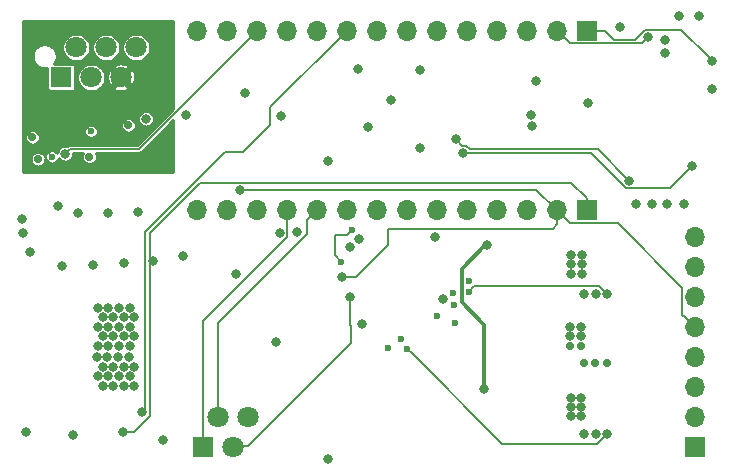
<source format=gbr>
G04 #@! TF.GenerationSoftware,KiCad,Pcbnew,5.0.2-bee76a0~70~ubuntu18.04.1*
G04 #@! TF.CreationDate,2019-11-21T20:22:08+01:00*
G04 #@! TF.ProjectId,board,626f6172-642e-46b6-9963-61645f706362,rev?*
G04 #@! TF.SameCoordinates,Original*
G04 #@! TF.FileFunction,Copper,L3,Inr*
G04 #@! TF.FilePolarity,Positive*
%FSLAX46Y46*%
G04 Gerber Fmt 4.6, Leading zero omitted, Abs format (unit mm)*
G04 Created by KiCad (PCBNEW 5.0.2-bee76a0~70~ubuntu18.04.1) date Thu 21 Nov 2019 08:22:08 PM CET*
%MOMM*%
%LPD*%
G01*
G04 APERTURE LIST*
G04 #@! TA.AperFunction,ViaPad*
%ADD10O,1.700000X1.700000*%
G04 #@! TD*
G04 #@! TA.AperFunction,ViaPad*
%ADD11R,1.700000X1.700000*%
G04 #@! TD*
G04 #@! TA.AperFunction,ViaPad*
%ADD12C,1.800000*%
G04 #@! TD*
G04 #@! TA.AperFunction,ViaPad*
%ADD13R,1.800000X1.800000*%
G04 #@! TD*
G04 #@! TA.AperFunction,ViaPad*
%ADD14C,0.800000*%
G04 #@! TD*
G04 #@! TA.AperFunction,ViaPad*
%ADD15C,0.600000*%
G04 #@! TD*
G04 #@! TA.AperFunction,ViaPad*
%ADD16C,0.700000*%
G04 #@! TD*
G04 #@! TA.AperFunction,Conductor*
%ADD17C,0.152400*%
G04 #@! TD*
G04 #@! TA.AperFunction,Conductor*
%ADD18C,0.300000*%
G04 #@! TD*
G04 #@! TA.AperFunction,Conductor*
%ADD19C,0.254000*%
G04 #@! TD*
G04 APERTURE END LIST*
D10*
G04 #@! TO.N,RX*
G04 #@! TO.C,J6*
X108798000Y-101836000D03*
G04 #@! TO.N,TX*
X111338000Y-101836000D03*
G04 #@! TO.N,/DE*
X113878000Y-101836000D03*
G04 #@! TO.N,/Encoder1_A*
X116418000Y-101836000D03*
G04 #@! TO.N,/Encoder1_B*
X118958000Y-101836000D03*
G04 #@! TO.N,/NEOPXL*
X121498000Y-101836000D03*
G04 #@! TO.N,/Encoder1_I*
X124038000Y-101836000D03*
G04 #@! TO.N,/Encoder0_I*
X126578000Y-101836000D03*
G04 #@! TO.N,/HALL1*
X129118000Y-101836000D03*
G04 #@! TO.N,/HALL2*
X131658000Y-101836000D03*
G04 #@! TO.N,/HALL3*
X134198000Y-101836000D03*
G04 #@! TO.N,/Encoder0_A*
X136738000Y-101836000D03*
G04 #@! TO.N,/Encoder0_B*
X139278000Y-101836000D03*
D11*
G04 #@! TO.N,GND*
X141818000Y-101836000D03*
G04 #@! TD*
G04 #@! TO.N,+5V*
G04 #@! TO.C,J7*
X141818000Y-117036000D03*
D10*
G04 #@! TO.N,GND*
X139278000Y-117036000D03*
G04 #@! TO.N,+3V3*
X136738000Y-117036000D03*
G04 #@! TO.N,INLC*
X134198000Y-117036000D03*
G04 #@! TO.N,INHC*
X131658000Y-117036000D03*
G04 #@! TO.N,INLB*
X129118000Y-117036000D03*
G04 #@! TO.N,INHB*
X126578000Y-117036000D03*
G04 #@! TO.N,INLA*
X124038000Y-117036000D03*
G04 #@! TO.N,INHA*
X121498000Y-117036000D03*
G04 #@! TO.N,/SDA*
X118958000Y-117036000D03*
G04 #@! TO.N,/SCL*
X116418000Y-117036000D03*
G04 #@! TO.N,CS_MISO*
X113878000Y-117036000D03*
G04 #@! TO.N,CS_CLK*
X111338000Y-117036000D03*
G04 #@! TO.N,CS*
X108798000Y-117036000D03*
G04 #@! TD*
G04 #@! TO.N,/HALL3*
G04 #@! TO.C,J2*
X150977600Y-119329200D03*
G04 #@! TO.N,/HALL2*
X150977600Y-121869200D03*
G04 #@! TO.N,/HALL1*
X150977600Y-124409200D03*
G04 #@! TO.N,GND*
X150977600Y-126949200D03*
G04 #@! TO.N,+3V3*
X150977600Y-129489200D03*
G04 #@! TO.N,/PH1*
X150977600Y-132029200D03*
G04 #@! TO.N,/PH2*
X150977600Y-134569200D03*
D11*
G04 #@! TO.N,/PH3*
X150977600Y-137109200D03*
G04 #@! TD*
D12*
G04 #@! TO.N,N/C*
G04 #@! TO.C,J5*
X103650000Y-103260000D03*
G04 #@! TO.N,SHIELD*
X102380000Y-105800000D03*
D13*
G04 #@! TO.N,/l_TX*
X97300000Y-105800000D03*
D12*
G04 #@! TO.N,/h_TX*
X98570000Y-103260000D03*
G04 #@! TO.N,/l_RX*
X99840000Y-105800000D03*
G04 #@! TO.N,/h_RX*
X101110000Y-103260000D03*
G04 #@! TD*
D13*
G04 #@! TO.N,/SCL*
G04 #@! TO.C,J9*
X109295000Y-137120000D03*
D12*
G04 #@! TO.N,/SDA*
X110565000Y-134580000D03*
G04 #@! TO.N,+3V3*
X111835000Y-137120000D03*
G04 #@! TO.N,GND*
X113105000Y-134580000D03*
G04 #@! TD*
D14*
G04 #@! TO.N,+36V*
X115500000Y-128200000D03*
D15*
G04 #@! TO.N,Net-(C5-Pad2)*
X121031000Y-121412000D03*
X121920000Y-118745000D03*
D14*
X117300000Y-118900000D03*
G04 #@! TO.N,+3V3*
X121793000Y-120142000D03*
X115800000Y-119000000D03*
X121793000Y-124396500D03*
X144600000Y-101500000D03*
X148444798Y-102600000D03*
X151300000Y-100577400D03*
X112100000Y-122400000D03*
X107600000Y-120900000D03*
X119900000Y-112900000D03*
X127700000Y-105200000D03*
X122400000Y-105100000D03*
X94071400Y-119000000D03*
G04 #@! TO.N,/mosfet_bridges/GHA*
X141595194Y-124100000D03*
D15*
X131800000Y-123000000D03*
D14*
G04 #@! TO.N,/mosfet_bridges/GLA*
X142547597Y-124100000D03*
D15*
X130492500Y-124079000D03*
D16*
G04 #@! TO.N,/mosfet_bridges/GLB*
X142500000Y-130000000D03*
D15*
X129159000Y-125984000D03*
D16*
G04 #@! TO.N,/mosfet_bridges/GHB*
X141547597Y-130000000D03*
D15*
X130683000Y-126619000D03*
D14*
G04 #@! TO.N,/mosfet_bridges/GHC*
X141595194Y-136000000D03*
D15*
X126052638Y-127947362D03*
D14*
G04 #@! TO.N,/mosfet_bridges/GLC*
X142547597Y-136000000D03*
D15*
X124992985Y-128707015D03*
D16*
G04 #@! TO.N,GND*
X94869000Y-110871000D03*
X102997000Y-109855000D03*
X99695000Y-112522000D03*
D14*
X133333500Y-119961500D03*
X133079500Y-132153500D03*
X128912000Y-119311000D03*
X141400000Y-121600000D03*
X140500000Y-121600000D03*
X140500000Y-122400000D03*
X141400000Y-120800000D03*
X141400000Y-122400000D03*
X141300000Y-127700000D03*
X140400000Y-127700000D03*
D16*
X140400000Y-128500000D03*
D14*
X140400000Y-126900000D03*
X141300000Y-126900000D03*
D16*
X141300000Y-128500000D03*
D14*
X141300000Y-133700000D03*
X140450000Y-133700000D03*
X140450000Y-134500000D03*
X140450000Y-132900000D03*
X100300000Y-129500000D03*
X101200000Y-129500000D03*
X102100000Y-129500000D03*
X103000000Y-129500000D03*
X100800000Y-130300000D03*
X101700000Y-130300000D03*
X102600000Y-130300000D03*
X103500000Y-130300000D03*
X100400000Y-131100000D03*
X101300000Y-131100000D03*
X102200000Y-131100000D03*
X103100000Y-131100000D03*
X100800000Y-131900000D03*
X101700000Y-131900000D03*
X102600000Y-131900000D03*
X103500000Y-131900000D03*
X141300000Y-132900000D03*
X141300000Y-134500000D03*
X121100000Y-122700000D03*
X122555000Y-119507000D03*
X122792500Y-126692500D03*
X152422600Y-104400000D03*
X105900000Y-136502400D03*
X140500000Y-120800000D03*
X129667000Y-124587000D03*
X97000000Y-116700000D03*
X107900000Y-109000000D03*
X125200000Y-107700000D03*
X123300000Y-110000000D03*
X112400000Y-115328600D03*
D15*
G04 #@! TO.N,RX*
X99822000Y-110363000D03*
G04 #@! TO.N,TX*
X96520000Y-112522000D03*
D14*
G04 #@! TO.N,/Encoder0_B*
X147000000Y-102400000D03*
G04 #@! TO.N,/Encoder0_A*
X149600000Y-100577400D03*
X148444798Y-103700000D03*
X152422600Y-106800000D03*
G04 #@! TO.N,+5V*
X102500000Y-135800000D03*
X94300000Y-135800000D03*
X98300000Y-136100000D03*
X141900000Y-107950000D03*
X105057201Y-121300000D03*
G04 #@! TO.N,/PH1*
X143500000Y-124100000D03*
D15*
X131800000Y-123952403D03*
D16*
G04 #@! TO.N,/PH2*
X143500000Y-130000000D03*
D15*
X130556000Y-125095000D03*
D14*
G04 #@! TO.N,/PH3*
X143500000Y-136000000D03*
D15*
X126559468Y-128753707D03*
G04 #@! TO.N,SHIELD*
X102171500Y-107315000D03*
X101409500Y-107315000D03*
X101876000Y-108760000D03*
X102511000Y-108760000D03*
X102933500Y-107315000D03*
X103695500Y-107124500D03*
X104267000Y-106680000D03*
X104838500Y-106108500D03*
X105283000Y-105473500D03*
D14*
G04 #@! TO.N,/NEOPXL*
X104175000Y-134150000D03*
G04 #@! TO.N,/Encoder1_A*
X94000000Y-117800000D03*
G04 #@! TO.N,/Encoder1_B*
X94700000Y-120600000D03*
G04 #@! TO.N,Net-(C11-Pad1)*
X137166671Y-109950066D03*
G04 #@! TO.N,Net-(C11-Pad2)*
X137100000Y-109000000D03*
X137500000Y-106100000D03*
D16*
G04 #@! TO.N,/term_te*
X95331000Y-112724000D03*
D14*
X104475000Y-109295000D03*
G04 #@! TO.N,Net-(D1-Pad2)*
X100800000Y-127700000D03*
X101700000Y-127700000D03*
X102600000Y-127700000D03*
X103500000Y-127700000D03*
X100400000Y-125300000D03*
X101300000Y-125300000D03*
X102200000Y-125300000D03*
X103100000Y-125300000D03*
X100800000Y-126100000D03*
X101700000Y-126100000D03*
X102600000Y-126100000D03*
X103500000Y-126100000D03*
X100400000Y-126900000D03*
X101300000Y-126900000D03*
X102200000Y-126900000D03*
X103100000Y-126900000D03*
X100400000Y-128500000D03*
X101300000Y-128500000D03*
X102200000Y-128500000D03*
X103100000Y-128500000D03*
X119900000Y-138100000D03*
G04 #@! TO.N,/-ENCODER0_A*
X148600000Y-116500000D03*
G04 #@! TO.N,/-ENCODER0_B*
X146000000Y-116500000D03*
G04 #@! TO.N,/-ENCODER0_I*
X127700000Y-111800000D03*
X131300000Y-112200000D03*
X150726800Y-113258600D03*
G04 #@! TO.N,/+ENCODER0_A*
X150000000Y-116500000D03*
G04 #@! TO.N,/+ENCODER0_B*
X147300000Y-116500000D03*
G04 #@! TO.N,/+ENCODER0_I*
X130700000Y-111000000D03*
X145405600Y-114528600D03*
G04 #@! TO.N,/+ENCODER1_A*
X98700000Y-117300000D03*
G04 #@! TO.N,/+ENCODER1_B*
X101265000Y-117250000D03*
G04 #@! TO.N,/+ENCODER1_I*
X103800000Y-117200000D03*
X112900000Y-107100000D03*
G04 #@! TO.N,/-ENCODER1_A*
X97400000Y-121800000D03*
G04 #@! TO.N,/-ENCODER1_B*
X100000000Y-121700000D03*
G04 #@! TO.N,/-ENCODER1_I*
X102600000Y-121500000D03*
X115900000Y-109100000D03*
G04 #@! TO.N,/DE*
X97652412Y-112243988D03*
G04 #@! TD*
D17*
G04 #@! TO.N,Net-(C5-Pad2)*
X121487399Y-119177601D02*
X121920000Y-118745000D01*
X120471399Y-119177601D02*
X121487399Y-119177601D01*
X121031000Y-121412000D02*
X120471399Y-120852399D01*
X120471399Y-120852399D02*
X120471399Y-119177601D01*
G04 #@! TO.N,+3V3*
X113107792Y-136970000D02*
X111835000Y-136970000D01*
X121833410Y-128244382D02*
X113107792Y-136970000D01*
X121833410Y-126786410D02*
X121833410Y-128244382D01*
X121793000Y-126746000D02*
X121793000Y-124333000D01*
X121833410Y-126786410D02*
X121793000Y-126746000D01*
G04 #@! TO.N,GND*
X149898999Y-125870599D02*
X150127601Y-126099201D01*
X149898999Y-123598999D02*
X149898999Y-125870599D01*
X150127601Y-126099201D02*
X150977600Y-126949200D01*
X144414601Y-118114601D02*
X149898999Y-123598999D01*
X140356601Y-118114601D02*
X144414601Y-118114601D01*
X139278000Y-117036000D02*
X140356601Y-118114601D01*
X152022601Y-104000001D02*
X152422600Y-104400000D01*
X149793999Y-101771399D02*
X152022601Y-104000001D01*
X146698271Y-101771399D02*
X149793999Y-101771399D01*
X145859879Y-102609791D02*
X146698271Y-101771399D01*
X144107461Y-102609791D02*
X145859879Y-102609791D01*
X143333670Y-101836000D02*
X144107461Y-102609791D01*
X141818000Y-101836000D02*
X143333670Y-101836000D01*
X139278000Y-118238081D02*
X138898081Y-118618000D01*
X139278000Y-117036000D02*
X139278000Y-118238081D01*
X124968000Y-118618000D02*
X124968000Y-120015000D01*
X138898081Y-118618000D02*
X124968000Y-118618000D01*
X122283000Y-122700000D02*
X121100000Y-122700000D01*
X124968000Y-120015000D02*
X122283000Y-122700000D01*
D18*
X131197599Y-124845045D02*
X131197599Y-122040401D01*
X133079500Y-132153500D02*
X133079500Y-126726946D01*
X133079500Y-126726946D02*
X131197599Y-124845045D01*
X131197599Y-122040401D02*
X133223000Y-120015000D01*
D17*
X139278000Y-117036000D02*
X137542000Y-115300000D01*
X137542000Y-115300000D02*
X112428600Y-115300000D01*
X112428600Y-115300000D02*
X112400000Y-115328600D01*
G04 #@! TO.N,/Encoder0_B*
X139278000Y-101836000D02*
X140356601Y-102914601D01*
X146485399Y-102914601D02*
X147000000Y-102400000D01*
X140356601Y-102914601D02*
X146485399Y-102914601D01*
G04 #@! TO.N,+5V*
X141818000Y-116033600D02*
X141818000Y-117036000D01*
X140484400Y-114700000D02*
X141818000Y-116033600D01*
X103455330Y-135800000D02*
X104803601Y-134451729D01*
X104803601Y-118961465D02*
X109065066Y-114700000D01*
X102500000Y-135800000D02*
X103455330Y-135800000D01*
X109065066Y-114700000D02*
X140484400Y-114700000D01*
X104803601Y-121553600D02*
X105057201Y-121300000D01*
X104803601Y-121696399D02*
X104803601Y-121553600D01*
X104803601Y-121696399D02*
X104803601Y-118961465D01*
X104803601Y-134451729D02*
X104803601Y-121696399D01*
G04 #@! TO.N,/PH1*
X132199999Y-123552404D02*
X131800000Y-123952403D01*
X132281004Y-123471399D02*
X132199999Y-123552404D01*
X142871399Y-123471399D02*
X132281004Y-123471399D01*
X143500000Y-124100000D02*
X142871399Y-123471399D01*
G04 #@! TO.N,/PH3*
X126959467Y-129153706D02*
X126559468Y-128753707D01*
X134605761Y-136800000D02*
X126959467Y-129153706D01*
X142700000Y-136800000D02*
X134605761Y-136800000D01*
X143500000Y-136000000D02*
X142700000Y-136800000D01*
G04 #@! TO.N,/NEOPXL*
X104428601Y-133896399D02*
X104175000Y-134150000D01*
X104428601Y-118905399D02*
X104428601Y-133896399D01*
X111200000Y-112134000D02*
X112666000Y-112134000D01*
X111200000Y-112134000D02*
X104428601Y-118905399D01*
X112666000Y-112134000D02*
X115000000Y-109800000D01*
X115000000Y-109800000D02*
X115000000Y-108334000D01*
X121498000Y-101836000D02*
X115000000Y-108334000D01*
G04 #@! TO.N,/SDA*
X118108001Y-117885999D02*
X118958000Y-117036000D01*
X118108001Y-119022329D02*
X118108001Y-117885999D01*
X110565000Y-126565330D02*
X118108001Y-119022329D01*
X110565000Y-134430000D02*
X110565000Y-126565330D01*
G04 #@! TO.N,/SCL*
X116428601Y-118248682D02*
X116428601Y-119271399D01*
X116418000Y-117036000D02*
X116418000Y-118238081D01*
X116418000Y-118238081D02*
X116428601Y-118248682D01*
X109295000Y-126405000D02*
X109295000Y-136970000D01*
X116428601Y-119271399D02*
X109295000Y-126405000D01*
G04 #@! TO.N,/-ENCODER0_I*
X148828199Y-115157201D02*
X150726800Y-113258600D01*
X145103871Y-115157201D02*
X148828199Y-115157201D01*
X131300000Y-112200000D02*
X142146670Y-112200000D01*
X142146670Y-112200000D02*
X145103871Y-115157201D01*
G04 #@! TO.N,/+ENCODER0_I*
X142772190Y-111895190D02*
X145405600Y-114528600D01*
X131895190Y-111895190D02*
X142772190Y-111895190D01*
X131571399Y-111571399D02*
X131895190Y-111895190D01*
X130700000Y-111000000D02*
X131271399Y-111571399D01*
X131271399Y-111571399D02*
X131571399Y-111571399D01*
G04 #@! TO.N,/DE*
X113028001Y-102685999D02*
X113878000Y-101836000D01*
X103870011Y-111843989D02*
X113028001Y-102685999D01*
X98052411Y-111843989D02*
X103870011Y-111843989D01*
X97652412Y-112243988D02*
X98052411Y-111843989D01*
G04 #@! TD*
D19*
G04 #@! TO.N,SHIELD*
G36*
X106773000Y-101026828D02*
X106773000Y-108438107D01*
X103722718Y-111488389D01*
X98069866Y-111488389D01*
X98052410Y-111486670D01*
X98034955Y-111488389D01*
X98034948Y-111488389D01*
X97989598Y-111492856D01*
X97982700Y-111493535D01*
X97960070Y-111500400D01*
X97915671Y-111513868D01*
X97853895Y-111546888D01*
X97810283Y-111582680D01*
X97719327Y-111564588D01*
X97585497Y-111564588D01*
X97454238Y-111590697D01*
X97330596Y-111641912D01*
X97219320Y-111716264D01*
X97124688Y-111810896D01*
X97050336Y-111922172D01*
X96999121Y-112045814D01*
X96976075Y-112161673D01*
X96970049Y-112152654D01*
X96889346Y-112071951D01*
X96794449Y-112008543D01*
X96689005Y-111964866D01*
X96577066Y-111942600D01*
X96462934Y-111942600D01*
X96350995Y-111964866D01*
X96245551Y-112008543D01*
X96150654Y-112071951D01*
X96069951Y-112152654D01*
X96006543Y-112247551D01*
X95962866Y-112352995D01*
X95940600Y-112464934D01*
X95940600Y-112562471D01*
X95936212Y-112540411D01*
X95888767Y-112425867D01*
X95819887Y-112322781D01*
X95732219Y-112235113D01*
X95629133Y-112166233D01*
X95514589Y-112118788D01*
X95392990Y-112094600D01*
X95269010Y-112094600D01*
X95147411Y-112118788D01*
X95032867Y-112166233D01*
X94929781Y-112235113D01*
X94842113Y-112322781D01*
X94773233Y-112425867D01*
X94725788Y-112540411D01*
X94701600Y-112662010D01*
X94701600Y-112785990D01*
X94725788Y-112907589D01*
X94773233Y-113022133D01*
X94842113Y-113125219D01*
X94929781Y-113212887D01*
X95032867Y-113281767D01*
X95147411Y-113329212D01*
X95269010Y-113353400D01*
X95392990Y-113353400D01*
X95514589Y-113329212D01*
X95629133Y-113281767D01*
X95732219Y-113212887D01*
X95819887Y-113125219D01*
X95888767Y-113022133D01*
X95936212Y-112907589D01*
X95960400Y-112785990D01*
X95960400Y-112678608D01*
X95962866Y-112691005D01*
X96006543Y-112796449D01*
X96069951Y-112891346D01*
X96150654Y-112972049D01*
X96245551Y-113035457D01*
X96350995Y-113079134D01*
X96462934Y-113101400D01*
X96577066Y-113101400D01*
X96689005Y-113079134D01*
X96794449Y-113035457D01*
X96889346Y-112972049D01*
X96970049Y-112891346D01*
X97033457Y-112796449D01*
X97077134Y-112691005D01*
X97090177Y-112625431D01*
X97124688Y-112677080D01*
X97219320Y-112771712D01*
X97330596Y-112846064D01*
X97454238Y-112897279D01*
X97585497Y-112923388D01*
X97719327Y-112923388D01*
X97850586Y-112897279D01*
X97974228Y-112846064D01*
X98085504Y-112771712D01*
X98180136Y-112677080D01*
X98254488Y-112565804D01*
X98305703Y-112442162D01*
X98331812Y-112310903D01*
X98331812Y-112199589D01*
X99153455Y-112199589D01*
X99137233Y-112223867D01*
X99089788Y-112338411D01*
X99065600Y-112460010D01*
X99065600Y-112583990D01*
X99089788Y-112705589D01*
X99137233Y-112820133D01*
X99206113Y-112923219D01*
X99293781Y-113010887D01*
X99396867Y-113079767D01*
X99511411Y-113127212D01*
X99633010Y-113151400D01*
X99756990Y-113151400D01*
X99878589Y-113127212D01*
X99993133Y-113079767D01*
X100096219Y-113010887D01*
X100183887Y-112923219D01*
X100252767Y-112820133D01*
X100300212Y-112705589D01*
X100324400Y-112583990D01*
X100324400Y-112460010D01*
X100300212Y-112338411D01*
X100252767Y-112223867D01*
X100236545Y-112199589D01*
X103852556Y-112199589D01*
X103870011Y-112201308D01*
X103887466Y-112199589D01*
X103887474Y-112199589D01*
X103939721Y-112194443D01*
X104006751Y-112174110D01*
X104068527Y-112141090D01*
X104122674Y-112096652D01*
X104133810Y-112083083D01*
X106773000Y-109443893D01*
X106773000Y-113773000D01*
X94027334Y-113773000D01*
X94035103Y-110809010D01*
X94239600Y-110809010D01*
X94239600Y-110932990D01*
X94263788Y-111054589D01*
X94311233Y-111169133D01*
X94380113Y-111272219D01*
X94467781Y-111359887D01*
X94570867Y-111428767D01*
X94685411Y-111476212D01*
X94807010Y-111500400D01*
X94930990Y-111500400D01*
X95052589Y-111476212D01*
X95167133Y-111428767D01*
X95270219Y-111359887D01*
X95357887Y-111272219D01*
X95426767Y-111169133D01*
X95474212Y-111054589D01*
X95498400Y-110932990D01*
X95498400Y-110809010D01*
X95474212Y-110687411D01*
X95426767Y-110572867D01*
X95357887Y-110469781D01*
X95270219Y-110382113D01*
X95167133Y-110313233D01*
X95149512Y-110305934D01*
X99242600Y-110305934D01*
X99242600Y-110420066D01*
X99264866Y-110532005D01*
X99308543Y-110637449D01*
X99371951Y-110732346D01*
X99452654Y-110813049D01*
X99547551Y-110876457D01*
X99652995Y-110920134D01*
X99764934Y-110942400D01*
X99879066Y-110942400D01*
X99991005Y-110920134D01*
X100096449Y-110876457D01*
X100191346Y-110813049D01*
X100272049Y-110732346D01*
X100335457Y-110637449D01*
X100379134Y-110532005D01*
X100401400Y-110420066D01*
X100401400Y-110305934D01*
X100379134Y-110193995D01*
X100335457Y-110088551D01*
X100272049Y-109993654D01*
X100191346Y-109912951D01*
X100096449Y-109849543D01*
X99991005Y-109805866D01*
X99926374Y-109793010D01*
X102367600Y-109793010D01*
X102367600Y-109916990D01*
X102391788Y-110038589D01*
X102439233Y-110153133D01*
X102508113Y-110256219D01*
X102595781Y-110343887D01*
X102698867Y-110412767D01*
X102813411Y-110460212D01*
X102935010Y-110484400D01*
X103058990Y-110484400D01*
X103180589Y-110460212D01*
X103295133Y-110412767D01*
X103398219Y-110343887D01*
X103485887Y-110256219D01*
X103554767Y-110153133D01*
X103602212Y-110038589D01*
X103626400Y-109916990D01*
X103626400Y-109793010D01*
X103602212Y-109671411D01*
X103554767Y-109556867D01*
X103485887Y-109453781D01*
X103398219Y-109366113D01*
X103295133Y-109297233D01*
X103180589Y-109249788D01*
X103071483Y-109228085D01*
X103795600Y-109228085D01*
X103795600Y-109361915D01*
X103821709Y-109493174D01*
X103872924Y-109616816D01*
X103947276Y-109728092D01*
X104041908Y-109822724D01*
X104153184Y-109897076D01*
X104276826Y-109948291D01*
X104408085Y-109974400D01*
X104541915Y-109974400D01*
X104673174Y-109948291D01*
X104796816Y-109897076D01*
X104908092Y-109822724D01*
X105002724Y-109728092D01*
X105077076Y-109616816D01*
X105128291Y-109493174D01*
X105154400Y-109361915D01*
X105154400Y-109228085D01*
X105128291Y-109096826D01*
X105077076Y-108973184D01*
X105002724Y-108861908D01*
X104908092Y-108767276D01*
X104796816Y-108692924D01*
X104673174Y-108641709D01*
X104541915Y-108615600D01*
X104408085Y-108615600D01*
X104276826Y-108641709D01*
X104153184Y-108692924D01*
X104041908Y-108767276D01*
X103947276Y-108861908D01*
X103872924Y-108973184D01*
X103821709Y-109096826D01*
X103795600Y-109228085D01*
X103071483Y-109228085D01*
X103058990Y-109225600D01*
X102935010Y-109225600D01*
X102813411Y-109249788D01*
X102698867Y-109297233D01*
X102595781Y-109366113D01*
X102508113Y-109453781D01*
X102439233Y-109556867D01*
X102391788Y-109671411D01*
X102367600Y-109793010D01*
X99926374Y-109793010D01*
X99879066Y-109783600D01*
X99764934Y-109783600D01*
X99652995Y-109805866D01*
X99547551Y-109849543D01*
X99452654Y-109912951D01*
X99371951Y-109993654D01*
X99308543Y-110088551D01*
X99264866Y-110193995D01*
X99242600Y-110305934D01*
X95149512Y-110305934D01*
X95052589Y-110265788D01*
X94930990Y-110241600D01*
X94807010Y-110241600D01*
X94685411Y-110265788D01*
X94570867Y-110313233D01*
X94467781Y-110382113D01*
X94380113Y-110469781D01*
X94311233Y-110572867D01*
X94263788Y-110687411D01*
X94239600Y-110809010D01*
X94035103Y-110809010D01*
X94053218Y-103898608D01*
X94870550Y-103898608D01*
X94870550Y-104101392D01*
X94910111Y-104300279D01*
X94987713Y-104487627D01*
X95100374Y-104656236D01*
X95243764Y-104799626D01*
X95412373Y-104912287D01*
X95599721Y-104989889D01*
X95798608Y-105029450D01*
X96001392Y-105029450D01*
X96119249Y-105006007D01*
X96119249Y-106700000D01*
X96124644Y-106754772D01*
X96140620Y-106807439D01*
X96166564Y-106855977D01*
X96201479Y-106898521D01*
X96244023Y-106933436D01*
X96292561Y-106959380D01*
X96345228Y-106975356D01*
X96400000Y-106980751D01*
X98200000Y-106980751D01*
X98254772Y-106975356D01*
X98307439Y-106959380D01*
X98355977Y-106933436D01*
X98398521Y-106898521D01*
X98433436Y-106855977D01*
X98459380Y-106807439D01*
X98475356Y-106754772D01*
X98480751Y-106700000D01*
X98480751Y-105683839D01*
X98660600Y-105683839D01*
X98660600Y-105916161D01*
X98705923Y-106144018D01*
X98794829Y-106358656D01*
X98923900Y-106551824D01*
X99088176Y-106716100D01*
X99281344Y-106845171D01*
X99495982Y-106934077D01*
X99723839Y-106979400D01*
X99956161Y-106979400D01*
X100184018Y-106934077D01*
X100398656Y-106845171D01*
X100591824Y-106716100D01*
X100634646Y-106673278D01*
X101686327Y-106673278D01*
X101790168Y-106827899D01*
X102002034Y-106923218D01*
X102228426Y-106975373D01*
X102460643Y-106982359D01*
X102689760Y-106943907D01*
X102906973Y-106861497D01*
X102969832Y-106827899D01*
X103073673Y-106673278D01*
X102380000Y-105979605D01*
X101686327Y-106673278D01*
X100634646Y-106673278D01*
X100756100Y-106551824D01*
X100885171Y-106358656D01*
X100974077Y-106144018D01*
X101019400Y-105916161D01*
X101019400Y-105880643D01*
X101197641Y-105880643D01*
X101236093Y-106109760D01*
X101318503Y-106326973D01*
X101352101Y-106389832D01*
X101506722Y-106493673D01*
X102200395Y-105800000D01*
X102559605Y-105800000D01*
X103253278Y-106493673D01*
X103407899Y-106389832D01*
X103503218Y-106177966D01*
X103555373Y-105951574D01*
X103562359Y-105719357D01*
X103523907Y-105490240D01*
X103441497Y-105273027D01*
X103407899Y-105210168D01*
X103253278Y-105106327D01*
X102559605Y-105800000D01*
X102200395Y-105800000D01*
X101506722Y-105106327D01*
X101352101Y-105210168D01*
X101256782Y-105422034D01*
X101204627Y-105648426D01*
X101197641Y-105880643D01*
X101019400Y-105880643D01*
X101019400Y-105683839D01*
X100974077Y-105455982D01*
X100885171Y-105241344D01*
X100756100Y-105048176D01*
X100634646Y-104926722D01*
X101686327Y-104926722D01*
X102380000Y-105620395D01*
X103073673Y-104926722D01*
X102969832Y-104772101D01*
X102757966Y-104676782D01*
X102531574Y-104624627D01*
X102299357Y-104617641D01*
X102070240Y-104656093D01*
X101853027Y-104738503D01*
X101790168Y-104772101D01*
X101686327Y-104926722D01*
X100634646Y-104926722D01*
X100591824Y-104883900D01*
X100398656Y-104754829D01*
X100184018Y-104665923D01*
X99956161Y-104620600D01*
X99723839Y-104620600D01*
X99495982Y-104665923D01*
X99281344Y-104754829D01*
X99088176Y-104883900D01*
X98923900Y-105048176D01*
X98794829Y-105241344D01*
X98705923Y-105455982D01*
X98660600Y-105683839D01*
X98480751Y-105683839D01*
X98480751Y-104900000D01*
X98475356Y-104845228D01*
X98459380Y-104792561D01*
X98433436Y-104744023D01*
X98398521Y-104701479D01*
X98355977Y-104666564D01*
X98307439Y-104640620D01*
X98254772Y-104624644D01*
X98200000Y-104619249D01*
X96724340Y-104619249D01*
X96812287Y-104487627D01*
X96889889Y-104300279D01*
X96929450Y-104101392D01*
X96929450Y-103898608D01*
X96889889Y-103699721D01*
X96812287Y-103512373D01*
X96699626Y-103343764D01*
X96556236Y-103200374D01*
X96471626Y-103143839D01*
X97390600Y-103143839D01*
X97390600Y-103376161D01*
X97435923Y-103604018D01*
X97524829Y-103818656D01*
X97653900Y-104011824D01*
X97818176Y-104176100D01*
X98011344Y-104305171D01*
X98225982Y-104394077D01*
X98453839Y-104439400D01*
X98686161Y-104439400D01*
X98914018Y-104394077D01*
X99128656Y-104305171D01*
X99321824Y-104176100D01*
X99486100Y-104011824D01*
X99615171Y-103818656D01*
X99704077Y-103604018D01*
X99749400Y-103376161D01*
X99749400Y-103143839D01*
X99930600Y-103143839D01*
X99930600Y-103376161D01*
X99975923Y-103604018D01*
X100064829Y-103818656D01*
X100193900Y-104011824D01*
X100358176Y-104176100D01*
X100551344Y-104305171D01*
X100765982Y-104394077D01*
X100993839Y-104439400D01*
X101226161Y-104439400D01*
X101454018Y-104394077D01*
X101668656Y-104305171D01*
X101861824Y-104176100D01*
X102026100Y-104011824D01*
X102155171Y-103818656D01*
X102244077Y-103604018D01*
X102289400Y-103376161D01*
X102289400Y-103143839D01*
X102470600Y-103143839D01*
X102470600Y-103376161D01*
X102515923Y-103604018D01*
X102604829Y-103818656D01*
X102733900Y-104011824D01*
X102898176Y-104176100D01*
X103091344Y-104305171D01*
X103305982Y-104394077D01*
X103533839Y-104439400D01*
X103766161Y-104439400D01*
X103994018Y-104394077D01*
X104208656Y-104305171D01*
X104401824Y-104176100D01*
X104566100Y-104011824D01*
X104695171Y-103818656D01*
X104784077Y-103604018D01*
X104829400Y-103376161D01*
X104829400Y-103143839D01*
X104784077Y-102915982D01*
X104695171Y-102701344D01*
X104566100Y-102508176D01*
X104401824Y-102343900D01*
X104208656Y-102214829D01*
X103994018Y-102125923D01*
X103766161Y-102080600D01*
X103533839Y-102080600D01*
X103305982Y-102125923D01*
X103091344Y-102214829D01*
X102898176Y-102343900D01*
X102733900Y-102508176D01*
X102604829Y-102701344D01*
X102515923Y-102915982D01*
X102470600Y-103143839D01*
X102289400Y-103143839D01*
X102244077Y-102915982D01*
X102155171Y-102701344D01*
X102026100Y-102508176D01*
X101861824Y-102343900D01*
X101668656Y-102214829D01*
X101454018Y-102125923D01*
X101226161Y-102080600D01*
X100993839Y-102080600D01*
X100765982Y-102125923D01*
X100551344Y-102214829D01*
X100358176Y-102343900D01*
X100193900Y-102508176D01*
X100064829Y-102701344D01*
X99975923Y-102915982D01*
X99930600Y-103143839D01*
X99749400Y-103143839D01*
X99704077Y-102915982D01*
X99615171Y-102701344D01*
X99486100Y-102508176D01*
X99321824Y-102343900D01*
X99128656Y-102214829D01*
X98914018Y-102125923D01*
X98686161Y-102080600D01*
X98453839Y-102080600D01*
X98225982Y-102125923D01*
X98011344Y-102214829D01*
X97818176Y-102343900D01*
X97653900Y-102508176D01*
X97524829Y-102701344D01*
X97435923Y-102915982D01*
X97390600Y-103143839D01*
X96471626Y-103143839D01*
X96387627Y-103087713D01*
X96200279Y-103010111D01*
X96001392Y-102970550D01*
X95798608Y-102970550D01*
X95599721Y-103010111D01*
X95412373Y-103087713D01*
X95243764Y-103200374D01*
X95100374Y-103343764D01*
X94987713Y-103512373D01*
X94910111Y-103699721D01*
X94870550Y-103898608D01*
X94053218Y-103898608D01*
X94060792Y-101009547D01*
X106773000Y-101026828D01*
X106773000Y-101026828D01*
G37*
X106773000Y-101026828D02*
X106773000Y-108438107D01*
X103722718Y-111488389D01*
X98069866Y-111488389D01*
X98052410Y-111486670D01*
X98034955Y-111488389D01*
X98034948Y-111488389D01*
X97989598Y-111492856D01*
X97982700Y-111493535D01*
X97960070Y-111500400D01*
X97915671Y-111513868D01*
X97853895Y-111546888D01*
X97810283Y-111582680D01*
X97719327Y-111564588D01*
X97585497Y-111564588D01*
X97454238Y-111590697D01*
X97330596Y-111641912D01*
X97219320Y-111716264D01*
X97124688Y-111810896D01*
X97050336Y-111922172D01*
X96999121Y-112045814D01*
X96976075Y-112161673D01*
X96970049Y-112152654D01*
X96889346Y-112071951D01*
X96794449Y-112008543D01*
X96689005Y-111964866D01*
X96577066Y-111942600D01*
X96462934Y-111942600D01*
X96350995Y-111964866D01*
X96245551Y-112008543D01*
X96150654Y-112071951D01*
X96069951Y-112152654D01*
X96006543Y-112247551D01*
X95962866Y-112352995D01*
X95940600Y-112464934D01*
X95940600Y-112562471D01*
X95936212Y-112540411D01*
X95888767Y-112425867D01*
X95819887Y-112322781D01*
X95732219Y-112235113D01*
X95629133Y-112166233D01*
X95514589Y-112118788D01*
X95392990Y-112094600D01*
X95269010Y-112094600D01*
X95147411Y-112118788D01*
X95032867Y-112166233D01*
X94929781Y-112235113D01*
X94842113Y-112322781D01*
X94773233Y-112425867D01*
X94725788Y-112540411D01*
X94701600Y-112662010D01*
X94701600Y-112785990D01*
X94725788Y-112907589D01*
X94773233Y-113022133D01*
X94842113Y-113125219D01*
X94929781Y-113212887D01*
X95032867Y-113281767D01*
X95147411Y-113329212D01*
X95269010Y-113353400D01*
X95392990Y-113353400D01*
X95514589Y-113329212D01*
X95629133Y-113281767D01*
X95732219Y-113212887D01*
X95819887Y-113125219D01*
X95888767Y-113022133D01*
X95936212Y-112907589D01*
X95960400Y-112785990D01*
X95960400Y-112678608D01*
X95962866Y-112691005D01*
X96006543Y-112796449D01*
X96069951Y-112891346D01*
X96150654Y-112972049D01*
X96245551Y-113035457D01*
X96350995Y-113079134D01*
X96462934Y-113101400D01*
X96577066Y-113101400D01*
X96689005Y-113079134D01*
X96794449Y-113035457D01*
X96889346Y-112972049D01*
X96970049Y-112891346D01*
X97033457Y-112796449D01*
X97077134Y-112691005D01*
X97090177Y-112625431D01*
X97124688Y-112677080D01*
X97219320Y-112771712D01*
X97330596Y-112846064D01*
X97454238Y-112897279D01*
X97585497Y-112923388D01*
X97719327Y-112923388D01*
X97850586Y-112897279D01*
X97974228Y-112846064D01*
X98085504Y-112771712D01*
X98180136Y-112677080D01*
X98254488Y-112565804D01*
X98305703Y-112442162D01*
X98331812Y-112310903D01*
X98331812Y-112199589D01*
X99153455Y-112199589D01*
X99137233Y-112223867D01*
X99089788Y-112338411D01*
X99065600Y-112460010D01*
X99065600Y-112583990D01*
X99089788Y-112705589D01*
X99137233Y-112820133D01*
X99206113Y-112923219D01*
X99293781Y-113010887D01*
X99396867Y-113079767D01*
X99511411Y-113127212D01*
X99633010Y-113151400D01*
X99756990Y-113151400D01*
X99878589Y-113127212D01*
X99993133Y-113079767D01*
X100096219Y-113010887D01*
X100183887Y-112923219D01*
X100252767Y-112820133D01*
X100300212Y-112705589D01*
X100324400Y-112583990D01*
X100324400Y-112460010D01*
X100300212Y-112338411D01*
X100252767Y-112223867D01*
X100236545Y-112199589D01*
X103852556Y-112199589D01*
X103870011Y-112201308D01*
X103887466Y-112199589D01*
X103887474Y-112199589D01*
X103939721Y-112194443D01*
X104006751Y-112174110D01*
X104068527Y-112141090D01*
X104122674Y-112096652D01*
X104133810Y-112083083D01*
X106773000Y-109443893D01*
X106773000Y-113773000D01*
X94027334Y-113773000D01*
X94035103Y-110809010D01*
X94239600Y-110809010D01*
X94239600Y-110932990D01*
X94263788Y-111054589D01*
X94311233Y-111169133D01*
X94380113Y-111272219D01*
X94467781Y-111359887D01*
X94570867Y-111428767D01*
X94685411Y-111476212D01*
X94807010Y-111500400D01*
X94930990Y-111500400D01*
X95052589Y-111476212D01*
X95167133Y-111428767D01*
X95270219Y-111359887D01*
X95357887Y-111272219D01*
X95426767Y-111169133D01*
X95474212Y-111054589D01*
X95498400Y-110932990D01*
X95498400Y-110809010D01*
X95474212Y-110687411D01*
X95426767Y-110572867D01*
X95357887Y-110469781D01*
X95270219Y-110382113D01*
X95167133Y-110313233D01*
X95149512Y-110305934D01*
X99242600Y-110305934D01*
X99242600Y-110420066D01*
X99264866Y-110532005D01*
X99308543Y-110637449D01*
X99371951Y-110732346D01*
X99452654Y-110813049D01*
X99547551Y-110876457D01*
X99652995Y-110920134D01*
X99764934Y-110942400D01*
X99879066Y-110942400D01*
X99991005Y-110920134D01*
X100096449Y-110876457D01*
X100191346Y-110813049D01*
X100272049Y-110732346D01*
X100335457Y-110637449D01*
X100379134Y-110532005D01*
X100401400Y-110420066D01*
X100401400Y-110305934D01*
X100379134Y-110193995D01*
X100335457Y-110088551D01*
X100272049Y-109993654D01*
X100191346Y-109912951D01*
X100096449Y-109849543D01*
X99991005Y-109805866D01*
X99926374Y-109793010D01*
X102367600Y-109793010D01*
X102367600Y-109916990D01*
X102391788Y-110038589D01*
X102439233Y-110153133D01*
X102508113Y-110256219D01*
X102595781Y-110343887D01*
X102698867Y-110412767D01*
X102813411Y-110460212D01*
X102935010Y-110484400D01*
X103058990Y-110484400D01*
X103180589Y-110460212D01*
X103295133Y-110412767D01*
X103398219Y-110343887D01*
X103485887Y-110256219D01*
X103554767Y-110153133D01*
X103602212Y-110038589D01*
X103626400Y-109916990D01*
X103626400Y-109793010D01*
X103602212Y-109671411D01*
X103554767Y-109556867D01*
X103485887Y-109453781D01*
X103398219Y-109366113D01*
X103295133Y-109297233D01*
X103180589Y-109249788D01*
X103071483Y-109228085D01*
X103795600Y-109228085D01*
X103795600Y-109361915D01*
X103821709Y-109493174D01*
X103872924Y-109616816D01*
X103947276Y-109728092D01*
X104041908Y-109822724D01*
X104153184Y-109897076D01*
X104276826Y-109948291D01*
X104408085Y-109974400D01*
X104541915Y-109974400D01*
X104673174Y-109948291D01*
X104796816Y-109897076D01*
X104908092Y-109822724D01*
X105002724Y-109728092D01*
X105077076Y-109616816D01*
X105128291Y-109493174D01*
X105154400Y-109361915D01*
X105154400Y-109228085D01*
X105128291Y-109096826D01*
X105077076Y-108973184D01*
X105002724Y-108861908D01*
X104908092Y-108767276D01*
X104796816Y-108692924D01*
X104673174Y-108641709D01*
X104541915Y-108615600D01*
X104408085Y-108615600D01*
X104276826Y-108641709D01*
X104153184Y-108692924D01*
X104041908Y-108767276D01*
X103947276Y-108861908D01*
X103872924Y-108973184D01*
X103821709Y-109096826D01*
X103795600Y-109228085D01*
X103071483Y-109228085D01*
X103058990Y-109225600D01*
X102935010Y-109225600D01*
X102813411Y-109249788D01*
X102698867Y-109297233D01*
X102595781Y-109366113D01*
X102508113Y-109453781D01*
X102439233Y-109556867D01*
X102391788Y-109671411D01*
X102367600Y-109793010D01*
X99926374Y-109793010D01*
X99879066Y-109783600D01*
X99764934Y-109783600D01*
X99652995Y-109805866D01*
X99547551Y-109849543D01*
X99452654Y-109912951D01*
X99371951Y-109993654D01*
X99308543Y-110088551D01*
X99264866Y-110193995D01*
X99242600Y-110305934D01*
X95149512Y-110305934D01*
X95052589Y-110265788D01*
X94930990Y-110241600D01*
X94807010Y-110241600D01*
X94685411Y-110265788D01*
X94570867Y-110313233D01*
X94467781Y-110382113D01*
X94380113Y-110469781D01*
X94311233Y-110572867D01*
X94263788Y-110687411D01*
X94239600Y-110809010D01*
X94035103Y-110809010D01*
X94053218Y-103898608D01*
X94870550Y-103898608D01*
X94870550Y-104101392D01*
X94910111Y-104300279D01*
X94987713Y-104487627D01*
X95100374Y-104656236D01*
X95243764Y-104799626D01*
X95412373Y-104912287D01*
X95599721Y-104989889D01*
X95798608Y-105029450D01*
X96001392Y-105029450D01*
X96119249Y-105006007D01*
X96119249Y-106700000D01*
X96124644Y-106754772D01*
X96140620Y-106807439D01*
X96166564Y-106855977D01*
X96201479Y-106898521D01*
X96244023Y-106933436D01*
X96292561Y-106959380D01*
X96345228Y-106975356D01*
X96400000Y-106980751D01*
X98200000Y-106980751D01*
X98254772Y-106975356D01*
X98307439Y-106959380D01*
X98355977Y-106933436D01*
X98398521Y-106898521D01*
X98433436Y-106855977D01*
X98459380Y-106807439D01*
X98475356Y-106754772D01*
X98480751Y-106700000D01*
X98480751Y-105683839D01*
X98660600Y-105683839D01*
X98660600Y-105916161D01*
X98705923Y-106144018D01*
X98794829Y-106358656D01*
X98923900Y-106551824D01*
X99088176Y-106716100D01*
X99281344Y-106845171D01*
X99495982Y-106934077D01*
X99723839Y-106979400D01*
X99956161Y-106979400D01*
X100184018Y-106934077D01*
X100398656Y-106845171D01*
X100591824Y-106716100D01*
X100634646Y-106673278D01*
X101686327Y-106673278D01*
X101790168Y-106827899D01*
X102002034Y-106923218D01*
X102228426Y-106975373D01*
X102460643Y-106982359D01*
X102689760Y-106943907D01*
X102906973Y-106861497D01*
X102969832Y-106827899D01*
X103073673Y-106673278D01*
X102380000Y-105979605D01*
X101686327Y-106673278D01*
X100634646Y-106673278D01*
X100756100Y-106551824D01*
X100885171Y-106358656D01*
X100974077Y-106144018D01*
X101019400Y-105916161D01*
X101019400Y-105880643D01*
X101197641Y-105880643D01*
X101236093Y-106109760D01*
X101318503Y-106326973D01*
X101352101Y-106389832D01*
X101506722Y-106493673D01*
X102200395Y-105800000D01*
X102559605Y-105800000D01*
X103253278Y-106493673D01*
X103407899Y-106389832D01*
X103503218Y-106177966D01*
X103555373Y-105951574D01*
X103562359Y-105719357D01*
X103523907Y-105490240D01*
X103441497Y-105273027D01*
X103407899Y-105210168D01*
X103253278Y-105106327D01*
X102559605Y-105800000D01*
X102200395Y-105800000D01*
X101506722Y-105106327D01*
X101352101Y-105210168D01*
X101256782Y-105422034D01*
X101204627Y-105648426D01*
X101197641Y-105880643D01*
X101019400Y-105880643D01*
X101019400Y-105683839D01*
X100974077Y-105455982D01*
X100885171Y-105241344D01*
X100756100Y-105048176D01*
X100634646Y-104926722D01*
X101686327Y-104926722D01*
X102380000Y-105620395D01*
X103073673Y-104926722D01*
X102969832Y-104772101D01*
X102757966Y-104676782D01*
X102531574Y-104624627D01*
X102299357Y-104617641D01*
X102070240Y-104656093D01*
X101853027Y-104738503D01*
X101790168Y-104772101D01*
X101686327Y-104926722D01*
X100634646Y-104926722D01*
X100591824Y-104883900D01*
X100398656Y-104754829D01*
X100184018Y-104665923D01*
X99956161Y-104620600D01*
X99723839Y-104620600D01*
X99495982Y-104665923D01*
X99281344Y-104754829D01*
X99088176Y-104883900D01*
X98923900Y-105048176D01*
X98794829Y-105241344D01*
X98705923Y-105455982D01*
X98660600Y-105683839D01*
X98480751Y-105683839D01*
X98480751Y-104900000D01*
X98475356Y-104845228D01*
X98459380Y-104792561D01*
X98433436Y-104744023D01*
X98398521Y-104701479D01*
X98355977Y-104666564D01*
X98307439Y-104640620D01*
X98254772Y-104624644D01*
X98200000Y-104619249D01*
X96724340Y-104619249D01*
X96812287Y-104487627D01*
X96889889Y-104300279D01*
X96929450Y-104101392D01*
X96929450Y-103898608D01*
X96889889Y-103699721D01*
X96812287Y-103512373D01*
X96699626Y-103343764D01*
X96556236Y-103200374D01*
X96471626Y-103143839D01*
X97390600Y-103143839D01*
X97390600Y-103376161D01*
X97435923Y-103604018D01*
X97524829Y-103818656D01*
X97653900Y-104011824D01*
X97818176Y-104176100D01*
X98011344Y-104305171D01*
X98225982Y-104394077D01*
X98453839Y-104439400D01*
X98686161Y-104439400D01*
X98914018Y-104394077D01*
X99128656Y-104305171D01*
X99321824Y-104176100D01*
X99486100Y-104011824D01*
X99615171Y-103818656D01*
X99704077Y-103604018D01*
X99749400Y-103376161D01*
X99749400Y-103143839D01*
X99930600Y-103143839D01*
X99930600Y-103376161D01*
X99975923Y-103604018D01*
X100064829Y-103818656D01*
X100193900Y-104011824D01*
X100358176Y-104176100D01*
X100551344Y-104305171D01*
X100765982Y-104394077D01*
X100993839Y-104439400D01*
X101226161Y-104439400D01*
X101454018Y-104394077D01*
X101668656Y-104305171D01*
X101861824Y-104176100D01*
X102026100Y-104011824D01*
X102155171Y-103818656D01*
X102244077Y-103604018D01*
X102289400Y-103376161D01*
X102289400Y-103143839D01*
X102470600Y-103143839D01*
X102470600Y-103376161D01*
X102515923Y-103604018D01*
X102604829Y-103818656D01*
X102733900Y-104011824D01*
X102898176Y-104176100D01*
X103091344Y-104305171D01*
X103305982Y-104394077D01*
X103533839Y-104439400D01*
X103766161Y-104439400D01*
X103994018Y-104394077D01*
X104208656Y-104305171D01*
X104401824Y-104176100D01*
X104566100Y-104011824D01*
X104695171Y-103818656D01*
X104784077Y-103604018D01*
X104829400Y-103376161D01*
X104829400Y-103143839D01*
X104784077Y-102915982D01*
X104695171Y-102701344D01*
X104566100Y-102508176D01*
X104401824Y-102343900D01*
X104208656Y-102214829D01*
X103994018Y-102125923D01*
X103766161Y-102080600D01*
X103533839Y-102080600D01*
X103305982Y-102125923D01*
X103091344Y-102214829D01*
X102898176Y-102343900D01*
X102733900Y-102508176D01*
X102604829Y-102701344D01*
X102515923Y-102915982D01*
X102470600Y-103143839D01*
X102289400Y-103143839D01*
X102244077Y-102915982D01*
X102155171Y-102701344D01*
X102026100Y-102508176D01*
X101861824Y-102343900D01*
X101668656Y-102214829D01*
X101454018Y-102125923D01*
X101226161Y-102080600D01*
X100993839Y-102080600D01*
X100765982Y-102125923D01*
X100551344Y-102214829D01*
X100358176Y-102343900D01*
X100193900Y-102508176D01*
X100064829Y-102701344D01*
X99975923Y-102915982D01*
X99930600Y-103143839D01*
X99749400Y-103143839D01*
X99704077Y-102915982D01*
X99615171Y-102701344D01*
X99486100Y-102508176D01*
X99321824Y-102343900D01*
X99128656Y-102214829D01*
X98914018Y-102125923D01*
X98686161Y-102080600D01*
X98453839Y-102080600D01*
X98225982Y-102125923D01*
X98011344Y-102214829D01*
X97818176Y-102343900D01*
X97653900Y-102508176D01*
X97524829Y-102701344D01*
X97435923Y-102915982D01*
X97390600Y-103143839D01*
X96471626Y-103143839D01*
X96387627Y-103087713D01*
X96200279Y-103010111D01*
X96001392Y-102970550D01*
X95798608Y-102970550D01*
X95599721Y-103010111D01*
X95412373Y-103087713D01*
X95243764Y-103200374D01*
X95100374Y-103343764D01*
X94987713Y-103512373D01*
X94910111Y-103699721D01*
X94870550Y-103898608D01*
X94053218Y-103898608D01*
X94060792Y-101009547D01*
X106773000Y-101026828D01*
G04 #@! TD*
M02*

</source>
